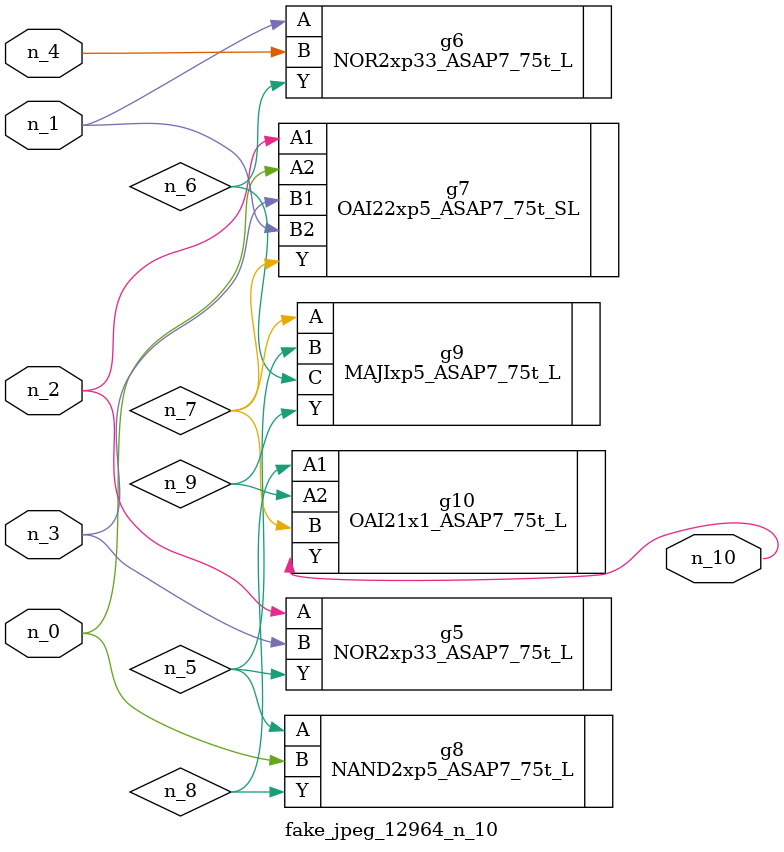
<source format=v>
module fake_jpeg_12964_n_10 (n_3, n_2, n_1, n_0, n_4, n_10);

input n_3;
input n_2;
input n_1;
input n_0;
input n_4;

output n_10;

wire n_8;
wire n_9;
wire n_6;
wire n_5;
wire n_7;

NOR2xp33_ASAP7_75t_L g5 ( 
.A(n_2),
.B(n_3),
.Y(n_5)
);

NOR2xp33_ASAP7_75t_L g6 ( 
.A(n_1),
.B(n_4),
.Y(n_6)
);

OAI22xp5_ASAP7_75t_SL g7 ( 
.A1(n_2),
.A2(n_0),
.B1(n_3),
.B2(n_1),
.Y(n_7)
);

NAND2xp5_ASAP7_75t_L g8 ( 
.A(n_5),
.B(n_0),
.Y(n_8)
);

OAI21x1_ASAP7_75t_L g10 ( 
.A1(n_8),
.A2(n_9),
.B(n_7),
.Y(n_10)
);

MAJIxp5_ASAP7_75t_L g9 ( 
.A(n_7),
.B(n_5),
.C(n_6),
.Y(n_9)
);


endmodule
</source>
